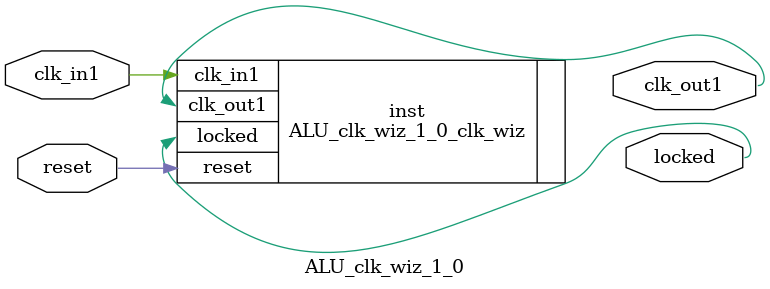
<source format=v>


`timescale 1ps/1ps

(* CORE_GENERATION_INFO = "ALU_clk_wiz_1_0,clk_wiz_v6_0_3_0_0,{component_name=ALU_clk_wiz_1_0,use_phase_alignment=true,use_min_o_jitter=false,use_max_i_jitter=false,use_dyn_phase_shift=false,use_inclk_switchover=false,use_dyn_reconfig=false,enable_axi=0,feedback_source=FDBK_AUTO,PRIMITIVE=MMCM,num_out_clk=1,clkin1_period=10.000,clkin2_period=10.000,use_power_down=false,use_reset=true,use_locked=true,use_inclk_stopped=false,feedback_type=SINGLE,CLOCK_MGR_TYPE=NA,manual_override=false}" *)

module ALU_clk_wiz_1_0 
 (
  // Clock out ports
  output        clk_out1,
  // Status and control signals
  input         reset,
  output        locked,
 // Clock in ports
  input         clk_in1
 );

  ALU_clk_wiz_1_0_clk_wiz inst
  (
  // Clock out ports  
  .clk_out1(clk_out1),
  // Status and control signals               
  .reset(reset), 
  .locked(locked),
 // Clock in ports
  .clk_in1(clk_in1)
  );

endmodule

</source>
